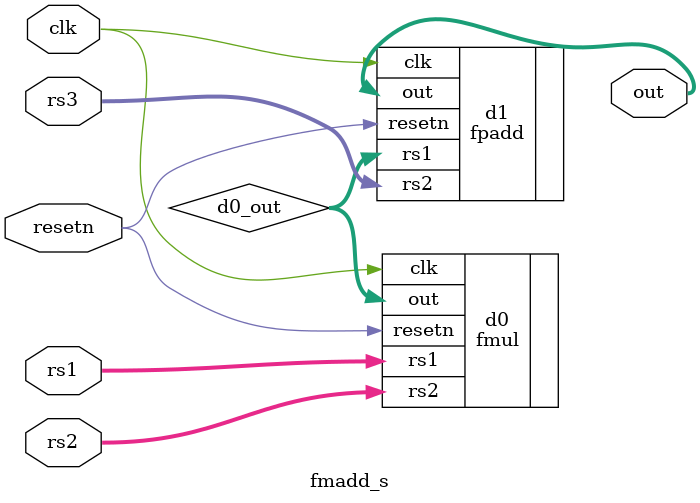
<source format=v>
module fmadd_s(
    input clk,
    input resetn,
    input [31:0] rs1,
    input [31:0] rs2,
    input [31:0] rs3,
    output [31:0] out
);

wire [31:0] d0_out;

//multiply1
fmul d0(
    .clk(clk),
    .resetn(resetn),
    .rs1(rs1),
    .rs2(rs2),
    .out(d0_out)
);

//adder
fpadd d1(
    .clk(clk),
    .resetn(resetn),
    .rs1(d0_out),
    .rs2(rs3),
    .out(out)
);

// Dump waves
initial begin
    $dumpfile("dump.vcd");
    $dumpvars(1, fmadd_s);
end

endmodule
</source>
